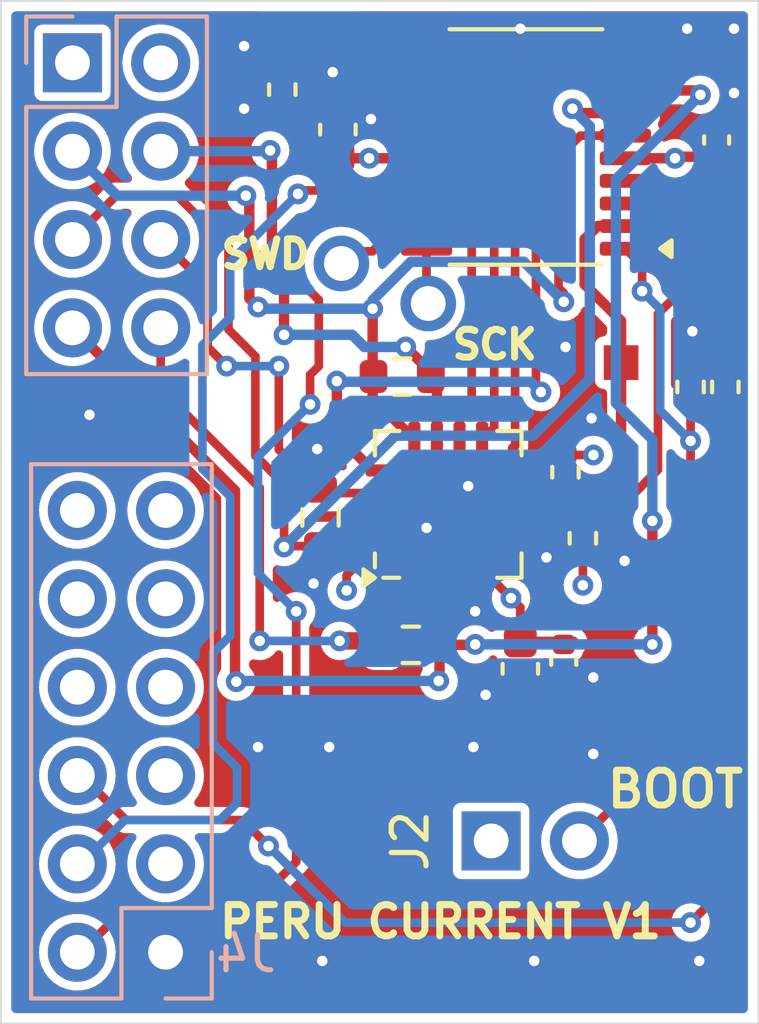
<source format=kicad_pcb>
(kicad_pcb (version 20241229) (generator "pcbnew") (generator_version "9.0")
  (layers (0 "F.Cu" signal) (4 "In1.Cu" signal) (6 "In2.Cu" signal) (2 "B.Cu" signal) (13 "F.Paste" user) (15 "B.Paste" user) (5 "F.SilkS" user "F.Silkscreen") (7 "B.SilkS" user "B.Silkscreen") (1 "F.Mask" user) (3 "B.Mask" user) (25 "Edge.Cuts" user))
  (net 0 "")
  (net 1 "+3V3")
  (net 2 "GND")
  (net 3 "VIO")
  (net 4 "Net-(U1-IN-3)")
  (net 5 "VBKUP")
  (net 6 "Net-(U1-IN-2)")
  (net 7 "VCC")
  (net 8 "Net-(U1-IN-1)")
  (net 9 "Net-(U1-SDA)")
  (net 10 "Net-(U1-SCL)")
  (net 11 "Net-(U1-PV)")
  (net 12 "Net-(U1-CRITICAL)")
  (net 13 "Net-(U1-WARNING)")
  (net 14 "Net-(U1-TC)")
  (net 16 "NRST")
  (net 17 "BOOT")
  (net 19 "Net-(U2-PB1)")
  (net 20 "SWDIO")
  (net 21 "SWCLK")
  (net 22 "DTRFTDI")
  (net 23 "RTSFTDI")
  (net 24 "TXFTDI")
  (net 25 "RXFTDI")
  (net 28 "CTSFTDI")
  (net 30 "DSRFTDI")
  (net 33 "Net-(D1-Pad1)")
  (footprint "TestPoint:TestPoint_Pad_1.0x1.0mm" (layer "F.Cu") (at 151.95 91.9)
    (property "Reference" "TP4" (hide yes))
    (property "Value" "TestPoint" (hide yes))
    (pad "1" smd rect (at 0 0) (size 1 1) (layers "F.Cu" "F.Mask") (net 10 "Net-(U1-SCL)"))
  )
  (footprint "Package_SO:TSSOP-20_4.4x6.5mm_P0.65mm" (layer "F.Cu") (at 147.2125 87.9 180)
    (property "Reference" "U2" (hide yes))
    (property "Value" "STM32F030F4Px" (hide yes))
    (fp_line (start 0 3.385) (end 2.2 3.385) (stroke (width 0.12)) (layer "F.SilkS"))
    (fp_line (start 0 3.385) (end -2.2 3.385) (stroke (width 0.12)) (layer "F.SilkS"))
    (fp_line (start 0 -3.385) (end 2.2 -3.385) (stroke (width 0.12)) (layer "F.SilkS"))
    (fp_line (start 0 -3.385) (end -2.2 -3.385) (stroke (width 0.12)) (layer "F.SilkS"))
    (fp_poly (pts (xy -3.86 -2.925) (xy -4.19 -3.165) (xy -4.19 -2.685) (xy -3.86 -2.925)) (stroke (width 0.12)) (fill yes) (layer "F.SilkS"))
    (pad "1" smd roundrect (at -2.8625 -2.925 180) (size 1.475 0.4) (layers "F.Cu" "F.Mask" "F.Paste") (net 17 "BOOT"))
    (pad "2" smd roundrect (at -2.8625 -2.275 180) (size 1.475 0.4) (layers "F.Cu" "F.Mask" "F.Paste") (net 9 "Net-(U1-SDA)"))
    (pad "3" smd roundrect (at -2.8625 -1.625 180) (size 1.475 0.4) (layers "F.Cu" "F.Mask" "F.Paste") (net 10 "Net-(U1-SCL)"))
    (pad "4" smd roundrect (at -2.8625 -0.975 180) (size 1.475 0.4) (layers "F.Cu" "F.Mask" "F.Paste") (net 16 "NRST"))
    (pad "5" smd roundrect (at -2.8625 -0.325 180) (size 1.475 0.4) (layers "F.Cu" "F.Mask" "F.Paste") (net 1 "+3V3"))
    (pad "6" smd roundrect (at -2.8625 0.325 180) (size 1.475 0.4) (layers "F.Cu" "F.Mask" "F.Paste") (net 5 "VBKUP"))
    (pad "7" smd roundrect (at -2.8625 0.975 180) (size 1.475 0.4) (layers "F.Cu" "F.Mask" "F.Paste") (net 3 "VIO"))
    (pad "8" smd roundrect (at -2.8625 1.625 180) (size 1.475 0.4) (layers "F.Cu" "F.Mask" "F.Paste") (net 7 "VCC"))
    (pad "9" smd roundrect (at -2.8625 2.275 180) (size 1.475 0.4) (layers "F.Cu" "F.Mask" "F.Paste") (net 14 "Net-(U1-TC)"))
    (pad "10" smd roundrect (at -2.8625 2.925 180) (size 1.475 0.4) (layers "F.Cu" "F.Mask" "F.Paste") (net 13 "Net-(U1-WARNING)"))
    (pad "11" smd roundrect (at 2.8625 2.925 180) (size 1.475 0.4) (layers "F.Cu" "F.Mask" "F.Paste") (net 12 "Net-(U1-CRITICAL)"))
    (pad "12" smd roundrect (at 2.8625 2.275 180) (size 1.475 0.4) (layers "F.Cu" "F.Mask" "F.Paste") (net 11 "Net-(U1-PV)"))
    (pad "13" smd roundrect (at 2.8625 1.625 180) (size 1.475 0.4) (layers "F.Cu" "F.Mask" "F.Paste"))
    (pad "14" smd roundrect (at 2.8625 0.975 180) (size 1.475 0.4) (layers "F.Cu" "F.Mask" "F.Paste") (net 19 "Net-(U2-PB1)"))
    (pad "15" smd roundrect (at 2.8625 0.325 180) (size 1.475 0.4) (layers "F.Cu" "F.Mask" "F.Paste") (net 2 "GND"))
    (pad "16" smd roundrect (at 2.8625 -0.325 180) (size 1.475 0.4) (layers "F.Cu" "F.Mask" "F.Paste") (net 1 "+3V3"))
    (pad "17" smd roundrect (at 2.8625 -0.975 180) (size 1.475 0.4) (layers "F.Cu" "F.Mask" "F.Paste") (net 25 "RXFTDI"))
    (pad "18" smd roundrect (at 2.8625 -1.625 180) (size 1.475 0.4) (layers "F.Cu" "F.Mask" "F.Paste") (net 24 "TXFTDI"))
    (pad "19" smd roundrect (at 2.8625 -2.275 180) (size 1.475 0.4) (layers "F.Cu" "F.Mask" "F.Paste") (net 20 "SWDIO"))
    (pad "20" smd roundrect (at 2.8625 -2.925 180) (size 1.475 0.4) (layers "F.Cu" "F.Mask" "F.Paste") (net 21 "SWCLK"))
  )
  (footprint "Resistor_SMD:R_0603_1608Metric" (layer "F.Cu") (at 143.9 102.2125)
    (property "Reference" "R3" (hide yes))
    (property "Value" "R" (hide yes))
    (fp_line (start -0.237258 -0.5225) (end 0.237258 -0.5225) (stroke (width 0.12)) (layer "F.SilkS"))
    (fp_line (start -0.237258 0.5225) (end 0.237258 0.5225) (stroke (width 0.12)) (layer "F.SilkS"))
    (pad "1" smd roundrect (at -0.825 0) (size 0.8 0.95) (layers "F.Cu" "F.Mask" "F.Paste") (net 4 "Net-(U1-IN-3)"))
    (pad "2" smd roundrect (at 0.825 0) (size 0.8 0.95) (layers "F.Cu" "F.Mask" "F.Paste") (net 7 "VCC"))
  )
  (footprint "Capacitor_SMD:C_0603_1608Metric" (layer "F.Cu") (at 141.8 87.4 90)
    (property "Reference" "C3" (hide yes))
    (property "Value" "C")
    (fp_line (start -0.14058 -0.51) (end 0.14058 -0.51) (stroke (width 0.12)) (layer "F.SilkS"))
    (fp_line (start -0.14058 0.51) (end 0.14058 0.51) (stroke (width 0.12)) (layer "F.SilkS"))
    (pad "1" smd roundrect (at -0.775 0 90) (size 0.9 0.95) (layers "F.Cu" "F.Mask" "F.Paste") (net 1 "+3V3"))
    (pad "2" smd roundrect (at 0.775 0 90) (size 0.9 0.95) (layers "F.Cu" "F.Mask" "F.Paste") (net 2 "GND"))
  )
  (footprint "Resistor_SMD:R_0603_1608Metric" (layer "F.Cu") (at 141.3 98.55 -90)
    (property "Reference" "R2" (hide yes))
    (property "Value" "R" (hide yes))
    (fp_line (start -0.237258 0.5225) (end 0.237258 0.5225) (stroke (width 0.12)) (layer "F.SilkS"))
    (fp_line (start -0.237258 -0.5225) (end 0.237258 -0.5225) (stroke (width 0.12)) (layer "F.SilkS"))
    (pad "1" smd roundrect (at -0.825 0 270) (size 0.8 0.95) (layers "F.Cu" "F.Mask" "F.Paste") (net 6 "Net-(U1-IN-2)"))
    (pad "2" smd roundrect (at 0.825 0 270) (size 0.8 0.95) (layers "F.Cu" "F.Mask" "F.Paste") (net 3 "VIO"))
  )
  (footprint "Capacitor_SMD:C_0603_1608Metric" (layer "F.Cu") (at 147.05 102.9 -90)
    (property "Reference" "C1" (hide yes))
    (property "Value" "C" (hide yes))
    (fp_line (start -0.14058 0.51) (end 0.14058 0.51) (stroke (width 0.12)) (layer "F.SilkS"))
    (fp_line (start -0.14058 -0.51) (end 0.14058 -0.51) (stroke (width 0.12)) (layer "F.SilkS"))
    (pad "1" smd roundrect (at -0.775 0 270) (size 0.9 0.95) (layers "F.Cu" "F.Mask" "F.Paste") (net 1 "+3V3"))
    (pad "2" smd roundrect (at 0.775 0 270) (size 0.9 0.95) (layers "F.Cu" "F.Mask" "F.Paste") (net 2 "GND"))
  )
  (footprint "Capacitor_SMD:C_0402_1005Metric" (layer "F.Cu") (at 152.7 87.7 90)
    (property "Reference" "C4" (hide yes))
    (property "Value" "C" (hide yes))
    (fp_line (start -0.107836 -0.36) (end 0.107836 -0.36) (stroke (width 0.12)) (layer "F.SilkS"))
    (fp_line (start -0.107836 0.36) (end 0.107836 0.36) (stroke (width 0.12)) (layer "F.SilkS"))
    (pad "1" smd roundrect (at -0.48 0 90) (size 0.56 0.62) (layers "F.Cu" "F.Mask" "F.Paste") (net 1 "+3V3"))
    (pad "2" smd roundrect (at 0.48 0 90) (size 0.56 0.62) (layers "F.Cu" "F.Mask" "F.Paste") (net 2 "GND"))
  )
  (footprint "TestPoint:TestPoint_THTPad_2.0x2.0mm_Drill1.0mm" (layer "F.Cu") (at 144.4 92.4)
    (property "Reference" "TP2" (hide yes))
    (property "Value" "TestPoint" (hide yes))
    (pad "1" thru_hole circle (at 0 0) (size 1.6 1.6) (drill 1) (layers "*.Cu" "*.Mask") (net 21 "SWCLK"))
  )
  (footprint "TestPoint:TestPoint_Pad_1.0x1.0mm" (layer "F.Cu") (at 149.95 94.1)
    (property "Reference" "TP3" (hide yes))
    (property "Value" "TestPoint" (hide yes))
    (pad "1" smd rect (at 0 0) (size 1 1) (layers "F.Cu" "F.Mask") (net 9 "Net-(U1-SDA)"))
  )
  (footprint "TestPoint:TestPoint_THTPad_2.0x2.0mm_Drill1.0mm" (layer "F.Cu") (at 141.9 91.25)
    (property "Reference" "TP1" (hide yes))
    (property "Value" "TestPoint" (hide yes))
    (pad "1" thru_hole circle (at 0 0) (size 1.6 1.6) (drill 1) (layers "*.Cu" "*.Mask") (net 20 "SWDIO"))
  )
  (footprint "Resistor_SMD:R_0402_1005Metric" (layer "F.Cu") (at 140.2 86.25 90)
    (property "Reference" "R8" (hide yes))
    (property "Value" "470R" (hide yes))
    (fp_line (start -0.153641 -0.38) (end 0.153641 -0.38) (stroke (width 0.12)) (layer "F.SilkS"))
    (fp_line (start -0.153641 0.38) (end 0.153641 0.38) (stroke (width 0.12)) (layer "F.SilkS"))
    (pad "1" smd roundrect (at -0.51 0 90) (size 0.54 0.64) (layers "F.Cu" "F.Mask" "F.Paste") (net 2 "GND"))
    (pad "2" smd roundrect (at 0.51 0 90) (size 0.54 0.64) (layers "F.Cu" "F.Mask" "F.Paste") (net 33 "Net-(D1-Pad1)"))
  )
  (footprint "Resistor_SMD:R_0402_1005Metric" (layer "F.Cu") (at 148.35 97.25 90)
    (property "Reference" "R4" (hide yes))
    (property "Value" "4.7k" (hide yes))
    (fp_line (start -0.153641 -0.38) (end 0.153641 -0.38) (stroke (width 0.12)) (layer "F.SilkS"))
    (fp_line (start -0.153641 0.38) (end 0.153641 0.38) (stroke (width 0.12)) (layer "F.SilkS"))
    (pad "1" smd roundrect (at -0.51 0 90) (size 0.54 0.64) (layers "F.Cu" "F.Mask" "F.Paste") (net 9 "Net-(U1-SDA)"))
    (pad "2" smd roundrect (at 0.51 0 90) (size 0.54 0.64) (layers "F.Cu" "F.Mask" "F.Paste") (net 1 "+3V3"))
  )
  (footprint "Resistor_SMD:R_0402_1005Metric" (layer "F.Cu") (at 151.95 94.8 -90)
    (property "Reference" "R7" (hide yes))
    (property "Value" "4.7k" (hide yes))
    (fp_line (start -0.153641 0.38) (end 0.153641 0.38) (stroke (width 0.12)) (layer "F.SilkS"))
    (fp_line (start -0.153641 -0.38) (end 0.153641 -0.38) (stroke (width 0.12)) (layer "F.SilkS"))
    (pad "1" smd roundrect (at -0.51 0 270) (size 0.54 0.64) (layers "F.Cu" "F.Mask" "F.Paste") (net 2 "GND"))
    (pad "2" smd roundrect (at 0.51 0 270) (size 0.54 0.64) (layers "F.Cu" "F.Mask" "F.Paste") (net 17 "BOOT"))
  )
  (footprint "Resistor_SMD:R_0402_1005Metric" (layer "F.Cu") (at 148.85 99.15 -90)
    (property "Reference" "R5" (hide yes))
    (property "Value" "4.7k" (hide yes))
    (fp_line (start -0.153641 0.38) (end 0.153641 0.38) (stroke (width 0.12)) (layer "F.SilkS"))
    (fp_line (start -0.153641 -0.38) (end 0.153641 -0.38) (stroke (width 0.12)) (layer "F.SilkS"))
    (pad "1" smd roundrect (at -0.51 0 270) (size 0.54 0.64) (layers "F.Cu" "F.Mask" "F.Paste") (net 10 "Net-(U1-SCL)"))
    (pad "2" smd roundrect (at 0.51 0 270) (size 0.54 0.64) (layers "F.Cu" "F.Mask" "F.Paste") (net 1 "+3V3"))
  )
  (footprint "Connector_PinHeader_2.54mm:PinHeader_1x02_P2.54mm_Vertical" (layer "F.Cu") (at 146.21 107.85 90)
    (property "Reference" "J2" (at 0 -2.33 90) (layer "F.SilkS"))
    (property "Value" "Conn_02x01" (hide yes))
    (pad "1" thru_hole rect (at 0 0 90) (size 1.7 1.7) (drill 1) (layers "*.Cu" "*.Mask") (net 1 "+3V3"))
    (pad "2" thru_hole oval (at 0 2.54 90) (size 1.7 1.7) (drill 1) (layers "*.Cu" "*.Mask") (net 17 "BOOT"))
  )
  (footprint "Resistor_SMD:R_0603_1608Metric" (layer "F.Cu") (at 143.65 94.5 180)
    (property "Reference" "R1" (hide yes))
    (property "Value" "R" (hide yes))
    (fp_line (start -0.237258 0.5225) (end 0.237258 0.5225) (stroke (width 0.12)) (layer "F.SilkS"))
    (fp_line (start -0.237258 -0.5225) (end 0.237258 -0.5225) (stroke (width 0.12)) (layer "F.SilkS"))
    (pad "1" smd roundrect (at -0.825 0 180) (size 0.8 0.95) (layers "F.Cu" "F.Mask" "F.Paste") (net 8 "Net-(U1-IN-1)"))
    (pad "2" smd roundrect (at 0.825 0 180) (size 0.8 0.95) (layers "F.Cu" "F.Mask" "F.Paste") (net 5 "VBKUP"))
  )
  (footprint "Capacitor_SMD:C_0402_1005Metric" (layer "F.Cu") (at 148.3 102.68 -90)
    (property "Reference" "C2" (hide yes))
    (property "Value" "C")
    (fp_line (start -0.107836 0.36) (end 0.107836 0.36) (stroke (width 0.12)) (layer "F.SilkS"))
    (fp_line (start -0.107836 -0.36) (end 0.107836 -0.36) (stroke (width 0.12)) (layer "F.SilkS"))
    (pad "1" smd roundrect (at -0.48 0 270) (size 0.56 0.62) (layers "F.Cu" "F.Mask" "F.Paste") (net 1 "+3V3"))
    (pad "2" smd roundrect (at 0.48 0 270) (size 0.56 0.62) (layers "F.Cu" "F.Mask" "F.Paste") (net 2 "GND"))
  )
  (footprint "Package_DFN_QFN:Texas_RGV0016A_VQFN-16-1EP_4x4mm_P0.65mm_EP2.1x2.1mm" (layer "F.Cu") (at 144.975 98.175 90)
    (property "Reference" "U1" (hide yes))
    (property "Value" "INA3221" (hide yes))
    (fp_line (start 2.11 -2.11) (end 2.11 -1.41) (stroke (width 0.12)) (layer "F.SilkS"))
    (fp_line (start 1.41 -2.11) (end 2.11 -2.11) (stroke (width 0.12)) (layer "F.SilkS"))
    (fp_line (start -1.41 -2.11) (end -1.81 -2.11) (stroke (width 0.12)) (layer "F.SilkS"))
    (fp_line (start -2.11 -1.41) (end -2.11 -1.87) (stroke (width 0.12)) (layer "F.SilkS"))
    (fp_line (start 2.11 2.11) (end 2.11 1.41) (stroke (width 0.12)) (layer "F.SilkS"))
    (fp_line (start 1.41 2.11) (end 2.11 2.11) (stroke (width 0.12)) (layer "F.SilkS"))
    (fp_line (start -1.41 2.11) (end -2.11 2.11) (stroke (width 0.12)) (layer "F.SilkS"))
    (fp_line (start -2.11 2.11) (end -2.11 1.41) (stroke (width 0.12)) (layer "F.SilkS"))
    (fp_poly (pts (xy -2.11 -2.11) (xy -2.35 -2.44) (xy -1.87 -2.44) (xy -2.11 -2.11)) (stroke (width 0.12)) (fill yes) (layer "F.SilkS"))
    (pad "1" smd roundrect (at -1.8625 -0.975 90) (size 1.025 0.35) (layers "F.Cu" "F.Mask" "F.Paste") (net 4 "Net-(U1-IN-3)"))
    (pad "2" smd roundrect (at -1.8625 -0.325 90) (size 1.025 0.35) (layers "F.Cu" "F.Mask" "F.Paste") (net 7 "VCC"))
    (pad "3" smd roundrect (at -1.8625 0.325 90) (size 1.025 0.35) (layers "F.Cu" "F.Mask" "F.Paste") (net 2 "GND"))
    (pad "4" smd roundrect (at -1.8625 0.975 90) (size 1.025 0.35) (layers "F.Cu" "F.Mask" "F.Paste") (net 1 "+3V3"))
    (pad "5" smd roundrect (at -0.975 1.8625 90) (size 0.35 1.025) (layers "F.Cu" "F.Mask" "F.Paste") (net 2 "GND"))
    (pad "6" smd roundrect (at -0.325 1.8625 90) (size 0.35 1.025) (layers "F.Cu" "F.Mask" "F.Paste") (net 10 "Net-(U1-SCL)"))
    (pad "7" smd roundrect (at 0.325 1.8625 90) (size 0.35 1.025) (layers "F.Cu" "F.Mask" "F.Paste") (net 9 "Net-(U1-SDA)"))
    (pad "8" smd roundrect (at 0.975 1.8625 90) (size 0.35 1.025) (layers "F.Cu" "F.Mask" "F.Paste") (net 13 "Net-(U1-WARNING)"))
    (pad "9" smd roundrect (at 1.8625 0.975 90) (size 1.025 0.35) (layers "F.Cu" "F.Mask" "F.Paste") (net 12 "Net-(U1-CRITICAL)"))
    (pad "10" smd roundrect (at 1.8625 0.325 90) (size 1.025 0.35) (layers "F.Cu" "F.Mask" "F.Paste") (net 11 "Net-(U1-PV)"))
    (pad "11" smd roundrect (at 1.8625 -0.325 90) (size 1.025 0.35) (layers "F.Cu" "F.Mask" "F.Paste") (net 8 "Net-(U1-IN-1)"))
    (pad "12" smd roundrect (at 1.8625 -0.975 90) (size 1.025 0.35) (layers "F.Cu" "F.Mask" "F.Paste") (net 5 "VBKUP"))
    (pad "13" smd roundrect (at 0.975 -1.8625 90) (size 0.35 1.025) (layers "F.Cu" "F.Mask" "F.Paste") (net 14 "Net-(U1-TC)"))
    (pad "14" smd roundrect (at 0.325 -1.8625 90) (size 0.35 1.025) (layers "F.Cu" "F.Mask" "F.Paste") (net 6 "Net-(U1-IN-2)"))
    (pad "15" smd roundrect (at -0.325 -1.8625 90) (size 0.35 1.025) (layers "F.Cu" "F.Mask" "F.Paste") (net 3 "VIO"))
    (pad "16" smd roundrect (at -0.975 -1.8625 90) (size 0.35 1.025) (layers "F.Cu" "F.Mask" "F.Paste") (net 1 "+3V3"))
    (pad "17" smd rect (at 0 0 90) (size 2.1 2.1) (property pad_prop_heatsink) (layers "F.Cu" "F.Mask") (net 2 "GND"))
  )
  (footprint "LED_SMD:LED_0603_1608Metric" (layer "F.Cu") (at 141 84.75)
    (property "Reference" "D1" (hide yes))
    (property "Value" "LED" (hide yes))
    (pad "1" smd roundrect (at -0.7875 0) (size 0.875 0.95) (layers "F.Cu" "F.Mask" "F.Paste") (net 33 "Net-(D1-Pad1)"))
    (pad "2" smd roundrect (at 0.7875 0) (size 0.875 0.95) (layers "F.Cu" "F.Mask" "F.Paste") (net 19 "Net-(U2-PB1)"))
  )
  (footprint "Resistor_SMD:R_0402_1005Metric" (layer "F.Cu") (at 152.95 94.8 -90)
    (property "Reference" "R6" (hide yes))
    (property "Value" "4.7k" (hide yes))
    (fp_line (start -0.153641 0.38) (end 0.153641 0.38) (stroke (width 0.12)) (layer "F.SilkS"))
    (fp_line (start -0.153641 -0.38) (end 0.153641 -0.38) (stroke (width 0.12)) (layer "F.SilkS"))
    (pad "1" smd roundrect (at -0.51 0 270) (size 0.54 0.64) (layers "F.Cu" "F.Mask" "F.Paste") (net 16 "NRST"))
    (pad "2" smd roundrect (at 0.51 0 270) (size 0.54 0.64) (layers "F.Cu" "F.Mask" "F.Paste") (net 23 "RTSFTDI"))
  )
  (footprint "Connector_PinSocket_2.54mm:PinSocket_2x06_P2.54mm_Vertical" (layer "B.Cu") (at 136.84 111.05)
    (property "Reference" "J4" (at 2.31 0.05 0) (layer "B.SilkS") (effects (justify mirror)))
    (property "Value" "Conn_02x06_Odd_Even" (hide yes))
    (fp_line (start -3.87 -14.03) (end -3.87 1.33) (stroke (width 0.12)) (layer "B.SilkS"))
    (fp_line (start -1.27 -1.27) (end -1.27 1.33) (stroke (width 0.12)) (layer "B.SilkS"))
    (fp_line (start -1.27 1.33) (end -3.87 1.33) (stroke (width 0.12)) (layer "B.SilkS"))
    (fp_line (start 1.33 -14.03) (end -3.87 -14.03) (stroke (width 0.12)) (layer "B.SilkS"))
    (fp_line (start 1.33 -14.03) (end 1.33 -1.27) (stroke (width 0.12)) (layer "B.SilkS"))
    (fp_line (start 1.33 -1.27) (end -1.27 -1.27) (stroke (width 0.12)) (layer "B.SilkS"))
    (fp_line (start 1.33 0) (end 1.33 1.33) (stroke (width 0.12)) (layer "B.SilkS"))
    (fp_line (start 1.33 1.33) (end 0 1.33) (stroke (width 0.12)) (layer "B.SilkS"))
    (pad "1" thru_hole rect (at 0 0) (size 1.7 1.7) (drill 1) (layers "*.Cu" "*.Mask") (net 2 "GND"))
    (pad "2" thru_hole oval (at -2.54 0) (size 1.7 1.7) (drill 1) (layers "*.Cu" "*.Mask") (net 24 "TXFTDI"))
    (pad "3" thru_hole oval (at 0 -2.54) (size 1.7 1.7) (drill 1) (layers "*.Cu" "*.Mask"))
    (pad "4" thru_hole oval (at -2.54 -2.54) (size 1.7 1.7) (drill 1) (layers "*.Cu" "*.Mask") (net 25 "RXFTDI"))
    (pad "5" thru_hole oval (at 0 -5.08) (size 1.7 1.7) (drill 1) (layers "*.Cu" "*.Mask"))
    (pad "6" thru_hole oval (at -2.54 -5.08) (size 1.7 1.7) (drill 1) (layers "*.Cu" "*.Mask") (net 23 "RTSFTDI"))
    (pad "7" thru_hole oval (at 0 -7.62) (size 1.7 1.7) (drill 1) (layers "*.Cu" "*.Mask"))
    (pad "8" thru_hole oval (at -2.54 -7.62) (size 1.7 1.7) (drill 1) (layers "*.Cu" "*.Mask") (net 28 "CTSFTDI"))
    (pad "9" thru_hole oval (at 0 -10.16) (size 1.7 1.7) (drill 1) (layers "*.Cu" "*.Mask"))
    (pad "10" thru_hole oval (at -2.54 -10.16) (size 1.7 1.7) (drill 1) (layers "*.Cu" "*.Mask") (net 22 "DTRFTDI"))
    (pad "11" thru_hole oval (at 0 -12.7) (size 1.7 1.7) (drill 1) (layers "*.Cu" "*.Mask"))
    (pad "12" thru_hole oval (at -2.54 -12.7) (size 1.7 1.7) (drill 1) (layers "*.Cu" "*.Mask") (net 30 "DSRFTDI"))
  )
  (footprint "Connector_PinSocket_2.54mm:PinSocket_2x04_P2.54mm_Vertical" (layer "B.Cu") (at 134.16 85.48 180)
    (property "Reference" "J1" (hide yes))
    (property "Value" "PINHD_2x4_Female" (hide yes))
    (fp_line (start 1.33 1.33) (end 0 1.33) (stroke (width 0.12)) (layer "B.SilkS"))
    (fp_line (start 1.33 0) (end 1.33 1.33) (stroke (width 0.12)) (layer "B.SilkS"))
    (fp_line (start 1.33 -1.27) (end -1.27 -1.27) (stroke (width 0.12)) (layer "B.SilkS"))
    (fp_line (start 1.33 -8.95) (end 1.33 -1.27) (stroke (width 0.12)) (layer "B.SilkS"))
    (fp_line (start 1.33 -8.95) (end -3.87 -8.95) (stroke (width 0.12)) (layer "B.SilkS"))
    (fp_line (start -1.27 1.33) (end -3.87 1.33) (stroke (width 0.12)) (layer "B.SilkS"))
    (fp_line (start -1.27 -1.27) (end -1.27 1.33) (stroke (width 0.12)) (layer "B.SilkS"))
    (fp_line (start -3.87 -8.95) (end -3.87 1.33) (stroke (width 0.12)) (layer "B.SilkS"))
    (pad "1" thru_hole rect (at 0 0 180) (size 1.7 1.7) (drill 1) (layers "*.Cu" "*.Mask") (net 1 "+3V3"))
    (pad "2" thru_hole oval (at -2.54 0 180) (size 1.7 1.7) (drill 1) (layers "*.Cu" "*.Mask"))
    (pad "3" thru_hole oval (at 0 -2.54 180) (size 1.7 1.7) (drill 1) (layers "*.Cu" "*.Mask") (net 5 "VBKUP"))
    (pad "4" thru_hole oval (at -2.54 -2.54 180) (size 1.7 1.7) (drill 1) (layers "*.Cu" "*.Mask") (net 8 "Net-(U1-IN-1)"))
    (pad "5" thru_hole oval (at 0 -5.08 180) (size 1.7 1.7) (drill 1) (layers "*.Cu" "*.Mask") (net 3 "VIO"))
    (pad "6" thru_hole oval (at -2.54 -5.08 180) (size 1.7 1.7) (drill 1) (layers "*.Cu" "*.Mask") (net 6 "Net-(U1-IN-2)"))
    (pad "7" thru_hole oval (at 0 -7.62 180) (size 1.7 1.7) (drill 1) (layers "*.Cu" "*.Mask") (net 7 "VCC"))
    (pad "8" thru_hole oval (at -2.54 -7.62 180) (size 1.7 1.7) (drill 1) (layers "*.Cu" "*.Mask") (net 4 "Net-(U1-IN-3)"))
  )
  (gr_rect (start 132.1 83.7) (end 153.9 113.1) (stroke (width 0.05)) (fill no) (layer "Edge.Cuts"))
  (gr_text "PERU CURRENT V1" (at 138.3 110.7 0) (layer "F.SilkS") (effects (font (size 0.9 0.9) (thickness 0.2)) (justify left bottom)))
  (gr_text "BOOT\n" (at 149.45 106.95 0) (layer "F.SilkS") (effects (font (size 1 1) (thickness 0.2)) (justify left bottom)))
  (gr_text "SWD" (at 138.35 91.45 0) (layer "F.SilkS") (effects (font (size 0.8 0.8) (thickness 0.2)) (justify left bottom)))
  (gr_text "SCK" (at 145 94.05 0) (layer "F.SilkS") (effects (font (size 0.8 0.8) (thickness 0.2)) (justify left bottom)))
  (segment (start 144.35 88.225) (end 141.675 88.225) (width 0.3) (layer "F.Cu") (net 1))
  (segment (start 150.075 88.225) (end 151.5 88.225) (width 0.3) (layer "F.Cu") (net 1))
  (segment (start 147.05 102.125) (end 148.575 102.125) (width 0.3) (layer "F.Cu") (net 1))
  (segment (start 152.7 88.18) (end 151.545 88.18) (width 0.3) (layer "F.Cu") (net 1))
  (segment (start 142.05 100.2125) (end 142.05 100.65) (width 0.25) (layer "F.Cu") (net 1))
  (segment (start 143.1125 99.15) (end 142.05 100.2125) (width 0.25) (layer "F.Cu") (net 1))
  (segment (start 148.85 100.5) (end 148.85 99.66) (width 0.25) (layer "F.Cu") (net 1))
  (segment (start 145.95 100.0375) (end 147.05 101.1375) (width 0.25) (layer "F.Cu") (net 1))
  (segment (start 148.365025 96.755025) (end 148.35 96.74) (width 0.25) (layer "F.Cu") (net 1))
  (segment (start 147.05 101.1375) (end 147.05 102.275) (width 0.25) (layer "F.Cu") (net 1))
  (segment (start 149.155025 96.755025) (end 148.365025 96.755025) (width 0.25) (layer "F.Cu") (net 1))
  (segment (start 151.545 88.18) (end 151.5 88.225) (width 0.3) (layer "F.Cu") (net 1))
  (via (at 146.78125 100.86875) (size 0.6) (drill 0.3) (layers "F.Cu" "B.Cu") (net 1))
  (via (at 148.85 100.5) (size 0.6) (drill 0.3) (layers "F.Cu" "B.Cu") (net 1))
  (via (at 151.5 88.225) (size 0.6) (drill 0.3) (layers "F.Cu" "B.Cu") (net 1))
  (via (at 142.05 100.65) (size 0.6) (drill 0.3) (layers "F.Cu" "B.Cu") (net 1))
  (via (at 149.155025 96.755025) (size 0.6) (drill 0.3) (layers "F.Cu" "B.Cu") (net 1))
  (via (at 142.699518 88.223209) (size 0.6) (drill 0.3) (layers "F.Cu" "B.Cu") (net 1))
  (segment (start 147.05 103.675) (end 146.075 103.675) (width 0.25) (layer "F.Cu") (net 2))
  (segment (start 147.15 99.15) (end 147.8 99.8) (width 0.3) (layer "F.Cu") (net 2))
  (segment (start 141.65 86.625) (end 141.65 85.75) (width 0.25) (layer "F.Cu") (net 2))
  (segment (start 142.835661 87.1) (end 142.75 87.1) (width 0.3) (layer "F.Cu") (net 2))
  (segment (start 146.075 103.675) (end 146.05 103.65) (width 0.25) (layer "F.Cu") (net 2))
  (segment (start 148.3 103.16) (end 149.140004 103.16) (width 0.25) (layer "F.Cu") (net 2))
  (segment (start 149.140004 103.16) (end 149.150004 103.15) (width 0.25) (layer "F.Cu") (net 2))
  (segment (start 145.3 100.0375) (end 145.3 100.8) (width 0.25) (layer "F.Cu") (net 2))
  (segment (start 145.3 100.8) (end 145.75 101.25) (width 0.25) (layer "F.Cu") (net 2))
  (segment (start 144.35 87.575) (end 143.310661 87.575) (width 0.3) (layer "F.Cu") (net 2))
  (segment (start 143.310661 87.575) (end 142.835661 87.1) (width 0.3) (layer "F.Cu") (net 2))
  (via (at 139.5 105.15) (size 0.6) (drill 0.3) (layers "F.Cu" "B.Cu") (net 2))
  (via (at 142.75 87.1) (size 0.6) (drill 0.3) (layers "F.Cu" "B.Cu") (net 2))
  (via (at 153.2 84.5) (size 0.6) (drill 0.3) (layers "F.Cu" "B.Cu") (net 2))
  (via (at 147.05 84.5) (size 0.6) (drill 0.3) (layers "F.Cu" "B.Cu") (net 2))
  (via (at 153.2 86.35) (size 0.6) (drill 0.3) (layers "F.Cu" "B.Cu") (net 2))
  (via (at 152 93.2) (size 0.6) (drill 0.3) (layers "F.Cu" "B.Cu") (net 2))
  (via (at 152.2 111.3) (size 0.6) (drill 0.3) (layers "F.Cu" "B.Cu") (net 2))
  (via (at 149.1 95.7) (size 0.6) (drill 0.3) (layers "F.Cu" "B.Cu") (net 2))
  (via (at 145.75 101.25) (size 0.6) (drill 0.3) (layers "F.Cu" "B.Cu") (net 2))
  (via (at 150.05 99.8) (size 0.6) (drill 0.3) (layers "F.Cu" "B.Cu") (net 2))
  (via (at 139.1 85) (size 0.6) (drill 0.3) (layers "F.Cu" "B.Cu") (net 2))
  (via (at 148.35 93.65) (size 0.6) (drill 0.3) (layers "F.Cu" "B.Cu") (net 2))
  (via (at 144.35 98.85) (size 0.6) (drill 0.3) (layers "F.Cu" "B.Cu") (net 2))
  (via (at 147.45 111.3) (size 0.6) (drill 0.3) (layers "F.Cu" "B.Cu") (net 2))
  (via (at 141.35 111.3) (size 0.6) (drill 0.3) (layers "F.Cu" "B.Cu") (net 2))
  (via (at 139.1 86.8) (size 0.6) (drill 0.3) (layers "F.Cu" "B.Cu") (net 2))
  (via (at 149.15 105.35) (size 0.6) (drill 0.3) (layers "F.Cu" "B.Cu") (net 2))
  (via (at 147.8 99.7) (size 0.6) (drill 0.3) (layers "F.Cu" "B.Cu") (net 2))
  (via (at 141.65 85.75) (size 0.6) (drill 0.3) (layers "F.Cu" "B.Cu") (net 2))
  (via (at 149.150004 103.15) (size 0.6) (drill 0.3) (layers "F.Cu" "B.Cu") (net 2))
  (via (at 151.85 84.5) (size 0.6) (drill 0.3) (layers "F.Cu" "B.Cu") (net 2))
  (via (at 145.7 105.15) (size 0.6) (drill 0.3) (layers "F.Cu" "B.Cu") (net 2))
  (via (at 141.1 100.45) (size 0.6) (drill 0.3) (layers "F.Cu" "B.Cu") (net 2))
  (via (at 146.05 103.65) (size 0.6) (drill 0.3) (layers "F.Cu" "B.Cu") (net 2))
  (via (at 134.65 95.6) (size 0.6) (drill 0.3) (layers "F.Cu" "B.Cu") (net 2))
  (via (at 141.204678 96.583339) (size 0.6) (drill 0.3) (layers "F.Cu" "B.Cu") (net 2))
  (via (at 141.55 105.15) (size 0.6) (drill 0.3) (layers "F.Cu" "B.Cu") (net 2))
  (via (at 145.55 97.65) (size 0.6) (drill 0.3) (layers "F.Cu" "B.Cu") (net 2))
  (segment (start 141.3 99.375) (end 140.275 99.375) (width 0.25) (layer "F.Cu") (net 3))
  (segment (start 148.675 86.925) (end 150.075 86.925) (width 0.3) (layer "F.Cu") (net 3))
  (segment (start 139.425002 96.775002) (end 140.25 97.6) (width 0.25) (layer "F.Cu") (net 3))
  (segment (start 134.16 90.56) (end 135.42 89.3) (width 0.25) (layer "F.Cu") (net 3))
  (segment (start 148.55 86.8) (end 148.675 86.925) (width 0.3) (layer "F.Cu") (net 3))
  (segment (start 143.1125 98.5) (end 143.0875 98.525) (width 0.3) (layer "F.Cu") (net 3))
  (segment (start 140.25 97.6) (end 140.25 99.4) (width 0.25) (layer "F.Cu") (net 3))
  (segment (start 140.275 99.375) (end 140.25 99.4) (width 0.25) (layer "F.Cu") (net 3))
  (segment (start 137.172412 89.3) (end 138.65 90.777588) (width 0.25) (layer "F.Cu") (net 3))
  (segment (start 138.65 90.777588) (end 138.65 93.145403) (width 0.25) (layer "F.Cu") (net 3))
  (segment (start 141.125 98.525) (end 140.25 99.4) (width 0.3) (layer "F.Cu") (net 3))
  (segment (start 135.42 89.3) (end 137.172412 89.3) (width 0.25) (layer "F.Cu") (net 3))
  (segment (start 138.65 93.145403) (end 139.425002 93.920405) (width 0.25) (layer "F.Cu") (net 3))
  (segment (start 139.425002 93.920405) (end 139.425002 96.775002) (width 0.25) (layer "F.Cu") (net 3))
  (segment (start 143.0875 98.525) (end 141.125 98.525) (width 0.3) (layer "F.Cu") (net 3))
  (via (at 140.25 99.4) (size 0.6) (drill 0.3) (layers "F.Cu" "B.Cu") (net 3))
  (via (at 148.55 86.8) (size 0.6) (drill 0.3) (layers "F.Cu" "B.Cu") (net 3))
  (segment (start 147.41005 96.2) (end 143.45 96.2) (width 0.3) (layer "B.Cu") (net 3))
  (segment (start 149.05 94.56005) (end 147.41005 96.2) (width 0.3) (layer "B.Cu") (net 3))
  (segment (start 149.05 87.3) (end 149.05 94.56005) (width 0.3) (layer "B.Cu") (net 3))
  (segment (start 148.55 86.8) (end 149.05 87.3) (width 0.3) (layer "B.Cu") (net 3))
  (segment (start 143.45 96.2) (end 140.25 99.4) (width 0.3) (layer "B.Cu") (net 3))
  (segment (start 141.85 102.1) (end 142.9625 102.1) (width 0.5) (layer "F.Cu") (net 4))
  (segment (start 143.075 100.9625) (end 143.075 102.2125) (width 0.3) (layer "F.Cu") (net 4))
  (segment (start 144 100.0375) (end 143.075 100.9625) (width 0.3) (layer "F.Cu") (net 4))
  (segment (start 136.7 93.1) (end 136.7 94.85) (width 0.25) (layer "F.Cu") (net 4))
  (segment (start 139.55 97.7) (end 139.55 102.1) (width 0.25) (layer "F.Cu") (net 4))
  (segment (start 136.7 94.85) (end 139.55 97.7) (width 0.25) (layer "F.Cu") (net 4))
  (segment (start 142.9625 102.1) (end 143.075 102.2125) (width 0.5) (layer "F.Cu") (net 4))
  (via (at 141.85 102.1) (size 0.6) (drill 0.3) (layers "F.Cu" "B.Cu") (net 4))
  (via (at 139.55 102.1) (size 0.6) (drill 0.3) (layers "F.Cu" "B.Cu") (net 4))
  (segment (start 141.85 102.1) (end 139.55 102.1) (width 0.25) (layer "B.Cu") (net 4))
  (segment (start 148.15 88.2) (end 148.775 87.575) (width 0.25) (layer "F.Cu") (net 5))
  (segment (start 139.25 89.399998) (end 139.150002 89.3) (width 0.3) (layer "F.Cu") (net 5))
  (segment (start 148.3 92.1) (end 148.15 91.95) (width 0.25) (layer "F.Cu") (net 5))
  (segment (start 139.25 92.25) (end 139.25 89.399998) (width 0.3) (layer "F.Cu") (net 5))
  (segment (start 148.3 92.35) (end 148.3 92.1) (width 0.25) (layer "F.Cu") (net 5))
  (segment (start 144 96.3125) (end 142.8 95.1125) (width 0.3) (layer "F.Cu") (net 5))
  (segment (start 148.15 91.95) (end 148.15 88.2) (width 0.25) (layer "F.Cu") (net 5))
  (segment (start 142.8 95.1125) (end 142.8 92.55) (width 0.3) (layer "F.Cu") (net 5))
  (segment (start 148.775 87.575) (end 150.075 87.575) (width 0.25) (layer "F.Cu") (net 5))
  (segment (start 139.5 92.5) (end 139.25 92.25) (width 0.3) (layer "F.Cu") (net 5))
  (via (at 142.8 92.55) (size 0.6) (drill 0.3) (layers "F.Cu" "B.Cu") (net 5))
  (via (at 139.5 92.5) (size 0.6) (drill 0.3) (layers "F.Cu" "B.Cu") (net 5))
  (via (at 139.150002 89.3) (size 0.6) (drill 0.3) (layers "F.Cu" "B.Cu") (net 5))
  (via (at 148.3 92.35) (size 0.6) (drill 0.3) (layers "F.Cu" "B.Cu") (net 5))
  (segment (start 139.55 92.55) (end 139.5 92.5) (width 0.3) (layer "B.Cu") (net 5))
  (segment (start 147.15 91.2) (end 143.902943 91.2) (width 0.3) (layer "B.Cu") (net 5))
  (segment (start 148.3 92.35) (end 147.15 91.2) (width 0.3) (layer "B.Cu") (net 5))
  (segment (start 135.44 89.3) (end 139.150002 89.3) (width 0.3) (layer "B.Cu") (net 5))
  (segment (start 142.8 92.302943) (end 142.8 92.55) (width 0.3) (layer "B.Cu") (net 5))
  (segment (start 143.902943 91.2) (end 142.8 92.302943) (width 0.3) (layer "B.Cu") (net 5))
  (segment (start 142.8 92.55) (end 139.55 92.55) (width 0.3) (layer "B.Cu") (net 5))
  (segment (start 134.16 88.02) (end 135.44 89.3) (width 0.3) (layer "B.Cu") (net 5))
  (segment (start 143.1125 97.85) (end 141.35 97.85) (width 0.25) (layer "F.Cu") (net 6))
  (segment (start 138.05 91.91) (end 138.05 93.649986) (width 0.25) (layer "F.Cu") (net 6))
  (segment (start 136.7 90.56) (end 138.05 91.91) (width 0.25) (layer "F.Cu") (net 6))
  (segment (start 141.075 97.85) (end 141.05 97.825) (width 0.25) (layer "F.Cu") (net 6))
  (segment (start 138.05 93.649986) (end 138.600014 94.2) (width 0.25) (layer "F.Cu") (net 6))
  (segment (start 141.35 97.85) (end 140.100002 96.600002) (width 0.25) (layer "F.Cu") (net 6))
  (segment (start 140.100002 96.600002) (end 140.100002 94.2) (width 0.25) (layer "F.Cu") (net 6))
  (via (at 138.600014 94.2) (size 0.6) (drill 0.3) (layers "F.Cu" "B.Cu") (net 6))
  (via (at 140.100002 94.2) (size 0.6) (drill 0.3) (layers "F.Cu" "B.Cu") (net 6))
  (segment (start 140.100002 94.2) (end 138.600014 94.2) (width 0.25) (layer "B.Cu") (net 6))
  (segment (start 144.725 103.225) (end 144.7 103.25) (width 0.3) (layer "F.Cu") (net 7))
  (segment (start 145.7375 102.2125) (end 145.75 102.2) (width 0.3) (layer "F.Cu") (net 7))
  (segment (start 138.83967 103.23645) (end 138.875 103.27178) (width 0.3) (layer "F.Cu") (net 7))
  (segment (start 144.725 102.2125) (end 144.725 103.225) (width 0.3) (layer "F.Cu") (net 7))
  (segment (start 150.85 102.2) (end 150.85 98.65) (width 0.3) (layer "F.Cu") (net 7))
  (segment (start 152.107692 86.275) (end 150.075 86.275) (width 0.3) (layer "F.Cu") (net 7))
  (segment (start 144.725 102.2125) (end 145.7375 102.2125) (width 0.3) (layer "F.Cu") (net 7))
  (segment (start 152.232271 86.399579) (end 152.107692 86.275) (width 0.3) (layer "F.Cu") (net 7))
  (segment (start 134.16 93.1) (end 138.83967 97.77967) (width 0.3) (layer "F.Cu") (net 7))
  (segment (start 138.83967 97.77967) (end 138.83967 103.23645) (width 0.3) (layer "F.Cu") (net 7))
  (segment (start 144.65 102.1375) (end 144.65 100.0375) (width 0.3) (layer "F.Cu") (net 7))
  (via (at 144.7 103.25) (size 0.6) (drill 0.3) (layers "F.Cu" "B.Cu") (net 7))
  (via (at 138.875 103.27178) (size 0.6) (drill 0.3) (layers "F.Cu" "B.Cu") (net 7))
  (via (at 145.75 102.2) (size 0.6) (drill 0.3) (layers "F.Cu" "B.Cu") (net 7))
  (via (at 152.232271 86.399579) (size 0.6) (drill 0.3) (layers "F.Cu" "B.Cu") (net 7))
  (via (at 150.85 98.65) (size 0.6) (drill 0.3) (layers "F.Cu" "B.Cu") (net 7))
  (via (at 150.85 102.2) (size 0.6) (drill 0.3) (layers "F.Cu" "B.Cu") (net 7))
  (segment (start 145.75 102.2) (end 150.85 102.2) (width 0.3) (layer "B.Cu") (net 7))
  (segment (start 149.8 88.83185) (end 149.8 95.26005) (width 0.3) (layer "B.Cu") (net 7))
  (segment (start 150.85 96.31005) (end 150.85 98.65) (width 0.3) (layer "B.Cu") (net 7))
  (segment (start 152.232271 86.399579) (end 149.8 88.83185) (width 0.3) (layer "B.Cu") (net 7))
  (segment (start 144.7 103.25) (end 138.89678 103.25) (width 0.3) (layer "B.Cu") (net 7))
  (segment (start 138.89678 103.25) (end 138.875 103.27178) (width 0.3) (layer "B.Cu") (net 7))
  (segment (start 149.8 95.26005) (end 150.85 96.31005) (width 0.3) (layer "B.Cu") (net 7))
  (segment (start 139.9 88.05) (end 139.85 88) (width 0.3) (layer "F.Cu") (net 8))
  (segment (start 140.25 93.3) (end 140.25 92.1) (width 0.3) (layer "F.Cu") (net 8))
  (segment (start 140.25 92.1) (end 139.9 91.75) (width 0.3) (layer "F.Cu") (net 8))
  (segment (start 144.65 94.5125) (end 144.65 96.3125) (width 0.3) (layer "F.Cu") (net 8))
  (segment (start 139.9 91.75) (end 139.9 88.05) (width 0.3) (layer "F.Cu") (net 8))
  (segment (start 143.75 93.65) (end 144.3125 94.2125) (width 0.3) (layer "F.Cu") (net 8))
  (via (at 139.85 88) (size 0.6) (drill 0.3) (layers "F.Cu" "B.Cu") (net 8))
  (via (at 140.25 93.3) (size 0.6) (drill 0.3) (layers "F.Cu" "B.Cu") (net 8))
  (via (at 143.75 93.65) (size 0.6) (drill 0.3) (layers "F.Cu" "B.Cu") (net 8))
  (segment (start 139.83 88.02) (end 136.7 88.02) (width 0.3) (layer "B.Cu") (net 8))
  (segment (start 139.85 88) (end 139.83 88.02) (width 0.3) (layer "B.Cu") (net 8))
  (segment (start 142.56004 93.65) (end 142.21004 93.3) (width 0.3) (layer "B.Cu") (net 8))
  (segment (start 142.21004 93.3) (end 140.25 93.3) (width 0.3) (layer "B.Cu") (net 8))
  (segment (start 143.75 93.65) (end 142.56004 93.65) (width 0.3) (layer "B.Cu") (net 8))
  (segment (start 149.95 92.9) (end 148.9 91.85) (width 0.3) (layer "F.Cu") (net 9))
  (segment (start 146.8375 97.85) (end 149.05 97.85) (width 0.3) (layer "F.Cu") (net 9))
  (segment (start 149.05 97.85) (end 149.875 97.025) (width 0.3) (layer "F.Cu") (net 9))
  (segment (start 149.277622 90.175) (end 150.075 90.175) (width 0.3) (layer "F.Cu") (net 9))
  (segment (start 148.9 90.552622) (end 149.277622 90.175) (width 0.3) (layer "F.Cu") (net 9))
  (segment (start 148.9 91.85) (end 148.9 90.552622) (width 0.3) (layer "F.Cu") (net 9))
  (segment (start 149.875 97.025) (end 149.95 96.95) (width 0.3) (layer "F.Cu") (net 9))
  (segment (start 149.95 96.95) (end 149.95 92.9) (width 0.3) (layer "F.Cu") (net 9))
  (segment (start 151.425 89.525) (end 150.075 89.525) (width 0.25) (layer "F.Cu") (net 10))
  (segment (start 151.95 91.760661) (end 151.95 90.05) (width 0.25) (layer "F.Cu") (net 10))
  (segment (start 149.69 98.5) (end 151.010661 97.179339) (width 0.25) (layer "F.Cu") (net 10))
  (segment (start 151.010661 92.7) (end 151.95 91.760661) (width 0.25) (layer "F.Cu") (net 10))
  (segment (start 151.010661 97.179339) (end 151.010661 92.7) (width 0.25) (layer "F.Cu") (net 10))
  (segment (start 151.95 90.05) (end 151.425 89.525) (width 0.25) (layer "F.Cu") (net 10))
  (segment (start 146.8375 98.5) (end 149.69 98.5) (width 0.25) (layer "F.Cu") (net 10))
  (segment (start 145.65 85.8) (end 145.65 95.3) (width 0.25) (layer "F.Cu") (net 11))
  (segment (start 145.65 95.3) (end 145.3 95.65) (width 0.25) (layer "F.Cu") (net 11))
  (segment (start 145.3 95.65) (end 145.3 96.3125) (width 0.25) (layer "F.Cu") (net 11))
  (segment (start 145.475 85.625) (end 145.65 85.8) (width 0.25) (layer "F.Cu") (net 11))
  (segment (start 144.35 85.625) (end 145.475 85.625) (width 0.25) (layer "F.Cu") (net 11))
  (segment (start 146.3 95.9625) (end 146.3 85.4) (width 0.25) (layer "F.Cu") (net 12))
  (segment (start 145.95 96.3125) (end 146.3 95.9625) (width 0.25) (layer "F.Cu") (net 12))
  (segment (start 146.3 85.4) (end 145.875 84.975) (width 0.25) (layer "F.Cu") (net 12))
  (segment (start 145.875 84.975) (end 144.35 84.975) (width 0.25) (layer "F.Cu") (net 12))
  (segment (start 146.9 96.5) (end 146.9 86.25) (width 0.25) (layer "F.Cu") (net 13))
  (segment (start 146.8375 97.2) (end 146.8375 96.5625) (width 0.3) (layer "F.Cu") (net 13))
  (segment (start 148.175 84.975) (end 150.075 84.975) (width 0.25) (layer "F.Cu") (net 13))
  (segment (start 146.8375 96.5625) (end 146.9 96.5) (width 0.25) (layer "F.Cu") (net 13))
  (segment (start 146.9 86.25) (end 148.175 84.975) (width 0.25) (layer "F.Cu") (net 13))
  (segment (start 141.76855 96.16855) (end 142.8 97.2) (width 0.3) (layer "F.Cu") (net 14))
  (segment (start 150.075 85.625) (end 148.325 85.625) (width 0.25) (layer "F.Cu") (net 14))
  (segment (start 147.5 94.8) (end 147.644669 94.944669) (width 0.25) (layer "F.Cu") (net 14))
  (segment (start 141.76855 94.632125) (end 141.76855 96.16855) (width 0.3) (layer "F.Cu") (net 14))
  (segment (start 147.5 86.45) (end 147.5 94.8) (width 0.25) (layer "F.Cu") (net 14))
  (segment (start 148.325 85.625) (end 147.5 86.45) (width 0.25) (layer "F.Cu") (net 14))
  (via (at 141.76855 94.632125) (size 0.6) (drill 0.3) (layers "F.Cu" "B.Cu") (net 14))
  (via (at 147.644669 94.944669) (size 0.6) (drill 0.3) (layers "F.Cu" "B.Cu") (net 14))
  (segment (start 147.35 94.65) (end 147.644669 94.944669) (width 0.3) (layer "B.Cu") (net 14))
  (segment (start 141.76855 94.632125) (end 141.786425 94.65) (width 0.3) (layer "B.Cu") (net 14))
  (segment (start 141.786425 94.65) (end 147.35 94.65) (width 0.3) (layer "B.Cu") (net 14))
  (segment (start 150.075 88.875) (end 151.025 88.875) (width 0.25) (layer "F.Cu") (net 16))
  (segment (start 152.9 94.24) (end 152.95 94.29) (width 0.25) (layer "F.Cu") (net 16))
  (segment (start 151.025 88.875) (end 151.1 88.95) (width 0.25) (layer "F.Cu") (net 16))
  (segment (start 151.1 88.95) (end 152.25 88.95) (width 0.25) (layer "F.Cu") (net 16))
  (segment (start 152.25 88.95) (end 152.9 89.6) (width 0.25) (layer "F.Cu") (net 16))
  (segment (start 152.9 89.6) (end 152.9 94.24) (width 0.25) (layer "F.Cu") (net 16))
  (segment (start 151.95 104.65) (end 148.75 107.85) (width 0.25) (layer "F.Cu") (net 17))
  (segment (start 150.555331 91.305331) (end 150.555331 92.044669) (width 0.25) (layer "F.Cu") (net 17))
  (segment (start 151.95 96.35) (end 151.95 95.31) (width 0.25) (layer "F.Cu") (net 17))
  (segment (start 151.95 96.35) (end 151.95 104.65) (width 0.25) (layer "F.Cu") (net 17))
  (segment (start 150.075 90.825) (end 150.555331 91.305331) (width 0.25) (layer "F.Cu") (net 17))
  (via (at 150.555331 92.044669) (size 0.6) (drill 0.3) (layers "F.Cu" "B.Cu") (net 17))
  (via (at 151.95 96.35) (size 0.6) (drill 0.3) (layers "F.Cu" "B.Cu") (net 17))
  (segment (start 151.075 95.395) (end 151.075 92.564338) (width 0.25) (layer "B.Cu") (net 17))
  (segment (start 151.075 92.564338) (end 150.555331 92.044669) (width 0.25) (layer "B.Cu") (net 17))
  (segment (start 151.075 95.475) (end 151.95 96.35) (width 0.25) (layer "B.Cu") (net 17))
  (segment (start 151.075 95.395) (end 151.075 95.475) (width 0.25) (layer "B.Cu") (net 17))
  (segment (start 142.65 84.7) (end 141.7875 84.7) (width 0.25) (layer "F.Cu") (net 19))
  (segment (start 144.35 86.925) (end 143.587978 86.925) (width 0.25) (layer "F.Cu") (net 19))
  (segment (start 143 86.337022) (end 143 85.05) (width 0.25) (layer "F.Cu") (net 19))
  (segment (start 143.587978 86.925) (end 143 86.337022) (width 0.25) (layer "F.Cu") (net 19))
  (segment (start 143 85.05) (end 142.65 84.7) (width 0.25) (layer "F.Cu") (net 19))
  (segment (start 142.792266 90.9) (end 141.8 90.9) (width 0.25) (layer "F.Cu") (net 20))
  (segment (start 144.35 90.175) (end 143.517266 90.175) (width 0.25) (layer "F.Cu") (net 20))
  (segment (start 141.8 90.9) (end 141.25 91.45) (width 0.25) (layer "F.Cu") (net 20))
  (segment (start 143.517266 90.175) (end 142.792266 90.9) (width 0.25) (layer "F.Cu") (net 20))
  (segment (start 144.35 90.825) (end 144.35 92.15) (width 0.25) (layer "F.Cu") (net 21))
  (segment (start 151.949461 110.198022) (end 152.95 109.197483) (width 0.25) (layer "F.Cu") (net 23))
  (segment (start 139.801978 107.998022) (end 139.053956 107.25) (width 0.25) (layer "F.Cu") (net 23))
  (segment (start 152.95 109.197483) (end 152.95 95.31) (width 0.25) (layer "F.Cu") (net 23))
  (segment (start 134.53 106.08) (end 134.3 106.08) (width 0.25) (layer "F.Cu") (net 23))
  (segment (start 139.053956 107.25) (end 135.7 107.25) (width 0.25) (layer "F.Cu") (net 23))
  (segment (start 135.7 107.25) (end 134.53 106.08) (width 0.25) (layer "F.Cu") (net 23))
  (via (at 151.949461 110.198022) (size 0.6) (drill 0.3) (layers "F.Cu" "B.Cu") (net 23))
  (via (at 139.801978 107.998022) (size 0.6) (drill 0.3) (layers "F.Cu" "B.Cu") (net 23))
  (segment (start 139.801978 107.998022) (end 142.001978 110.198022) (width 0.25) (layer "B.Cu") (net 23))
  (segment (start 142.001978 110.198022) (end 151.949461 110.198022) (width 0.25) (layer "B.Cu") (net 23))
  (segment (start 143.389448 89.525) (end 144.35 89.525) (width 0.25) (layer "F.Cu") (net 24))
  (segment (start 141.25 92.3) (end 140.55 91.6) (width 0.25) (layer "F.Cu") (net 24))
  (segment (start 139.25 109.8) (end 135.66 109.8) (width 0.25) (layer "F.Cu") (net 24))
  (segment (start 141.3 89.75) (end 143.164448 89.75) (width 0.25) (layer "F.Cu") (net 24))
  (segment (start 141 94.45) (end 141.25 94.2) (width 0.25) (layer "F.Cu") (net 24))
  (segment (start 140.6 101.25) (end 140.6 108.45) (width 0.25) (layer "F.Cu") (net 24))
  (segment (start 135.66 109.8) (end 134.3 111.16) (width 0.25) (layer "F.Cu") (net 24))
  (segment (start 140.55 90.5) (end 141.3 89.75) (width 0.25) (layer "F.Cu") (net 24))
  (segment (start 141.25 94.2) (end 141.25 92.3) (width 0.25) (layer "F.Cu") (net 24))
  (segment (start 143.164448 89.75) (end 143.389448 89.525) (width 0.25) (layer "F.Cu") (net 24))
  (segment (start 141 95.3) (end 141 94.45) (width 0.25) (layer "F.Cu") (net 24))
  (segment (start 140.55 91.6) (end 140.55 90.5) (width 0.25) (layer "F.Cu") (net 24))
  (segment (start 140.6 108.45) (end 139.25 109.8) (width 0.25) (layer "F.Cu") (net 24))
  (via (at 140.6 101.25) (size 0.6) (drill 0.3) (layers "F.Cu" "B.Cu") (net 24))
  (via (at 141 95.3) (size 0.6) (drill 0.3) (layers "F.Cu" "B.Cu") (net 24))
  (segment (start 141 95.3) (end 139.5 96.8) (width 0.25) (layer "B.Cu") (net 24))
  (segment (start 139.5 100.15) (end 140.6 101.25) (width 0.25) (layer "B.Cu") (net 24))
  (segment (start 139.5 96.8) (end 139.5 100.15) (width 0.25) (layer "B.Cu") (net 24))
  (segment (start 142.875 88.875) (end 144.35 88.875) (width 0.25) (layer "F.Cu") (net 25))
  (segment (start 142.6 89.15) (end 142.875 88.875) (width 0.25) (layer "F.Cu") (net 25))
  (segment (start 142.6 89.15) (end 140.75 89.15) (width 0.25) (layer "F.Cu") (net 25))
  (segment (start 140.75 89.15) (end 140.65 89.25) (width 0.25) (layer "F.Cu") (net 25))
  (via (at 140.65 89.25) (size 0.6) (drill 0.3) (layers "F.Cu" "B.Cu") (net 25))
  (segment (start 138.7 91.2) (end 138.7 92.8) (width 0.25) (layer "B.Cu") (net 25))
  (segment (start 140.65 89.25) (end 138.7 91.2) (width 0.25) (layer "B.Cu") (net 25))
  (segment (start 138.7 101.95) (end 138.2 102.45) (width 0.25) (layer "B.Cu") (net 25))
  (segment (start 138.4 107.25) (end 135.67 107.25) (width 0.25) (layer "B.Cu") (net 25))
  (segment (start 138.2 105.05) (end 138.9 105.75) (width 0.25) (layer "B.Cu") (net 25))
  (segment (start 138.9 105.75) (end 138.9 106.75) (width 0.25) (layer "B.Cu") (net 25))
  (segment (start 137.9 97.15) (end 138.7 97.95) (width 0.25) (layer "B.Cu") (net 25))
  (segment (start 138.9 106.75) (end 138.4 107.25) (width 0.25) (layer "B.Cu") (net 25))
  (segment (start 138.7 97.95) (end 138.7 101.95) (width 0.25) (layer "B.Cu") (net 25))
  (segment (start 138.2 102.45) (end 138.2 105.05) (width 0.25) (layer "B.Cu") (net 25))
  (segment (start 137.9 93.6) (end 137.9 97.15) (width 0.25) (layer "B.Cu") (net 25))
  (segment (start 135.67 107.25) (end 134.3 108.62) (width 0.25) (layer "B.Cu") (net 25))
  (segment (start 138.7 92.8) (end 137.9 93.6) (width 0.25) (layer "B.Cu") (net 25))
  (segment (start 140.2 84.7125) (end 140.2125 84.7) (width 0.25) (layer "F.Cu") (net 33))
  (segment (start 140.2 85.74) (end 140.2 84.7125) (width 0.25) (layer "F.Cu") (net 33))
  (zone (net 2) (net_name "GND") (layer "F.Cu") (name "GNDTOP") (connect_pads yes (clearance 0.25)) (min_thickness 0.25) (fill yes (thermal_gap 0.5) (thermal_bridge_width 0.3))
    (polygon (pts (xy 132.15 83.85) (xy 153.7 83.8) (xy 153.75 112.95) (xy 132.2 112.95)))
  )
  (zone (net 2) (net_name "GND") (layer "B.Cu") (name "GNDBOT") (connect_pads yes (clearance 0.25)) (min_thickness 0.25) (fill yes (thermal_gap 0.5) (thermal_bridge_width 0.3))
    (polygon (pts (xy 132.15 83.85) (xy 153.7 83.8) (xy 153.75 112.95) (xy 132.2 112.95)))
  )
)
</source>
